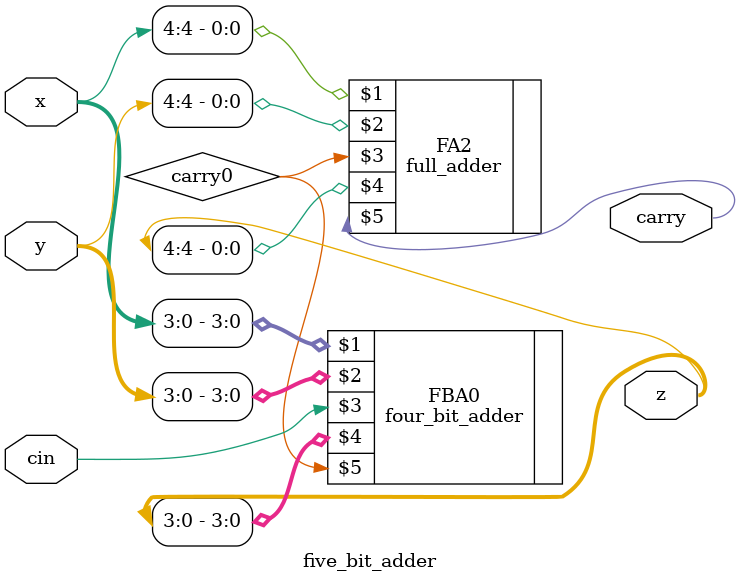
<source format=v>
`timescale 1ns / 1ps

module five_bit_adder(x, y,cin, z, carry);
	input [4:0] x;input [4:0] y;input cin;
	output[4:0] z;wire [4:0] z;output carry;wire carry;wire carry0;
	four_bit_adder FBA0 (x[3:0], y[3:0], cin, z[3:0], carry0);
	full_adder FA2 (x[4], y[4], carry0, z[4], carry);
endmodule

</source>
